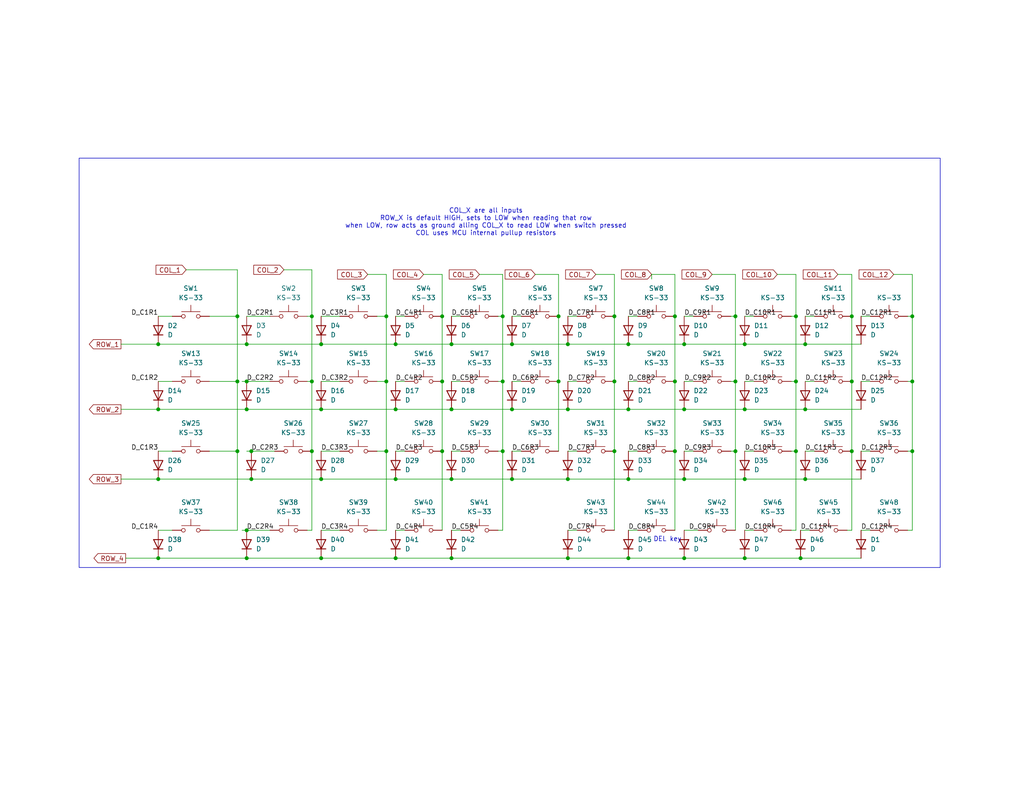
<source format=kicad_sch>
(kicad_sch (version 20231120) (generator "eeschema") (generator_version "8.0")
  (paper "USLetter")
  (title_block (title "40% Keyboard Switch Matrix") (date "2024-03-30") (rev "4") (company "Luke Zambella"))
  (lib_symbols
    (symbol "Device:D" (pin_numbers hide) (pin_names (offset 1.016) hide)
      (property "Reference" "D" (at 0 2.54 0))
      (property "Value" "D" (at 0 -2.54 0))
      (symbol "D_0_1"
        (polyline (pts (xy -1.27 1.27) (xy -1.27 -1.27)) (stroke (width 0.254)))
        (polyline (pts (xy 1.27 0) (xy -1.27 0)))
        (polyline (pts (xy 1.27 1.27) (xy 1.27 -1.27) (xy -1.27 0) (xy 1.27 1.27)) (stroke (width 0.254)))
      )
      (symbol "D_1_1"
        (pin passive line (at -3.81 0 0) (length 2.54) (name "K") (number "1"))
        (pin passive line (at 3.81 0 180) (length 2.54) (name "A") (number "2"))
      )
    )
    (symbol "Switches:Gateron_KS-33" (pin_numbers hide) (pin_names (offset 1.016) hide)
      (property "Reference" "SW" (at 1.27 2.54 0))
      (property "Value" "KS-33" (at 0 -1.524 0))
      (symbol "Gateron_KS-33_0_1"
        (circle (center -2.032 0) (radius 0.508))
        (polyline (pts (xy 0 1.27) (xy 0 3.048)))
        (polyline (pts (xy 2.54 1.27) (xy -2.54 1.27)))
        (circle (center 2.032 0) (radius 0.508))
        (pin passive line (at -5.08 0 0) (length 2.54) (name "1") (number "1"))
        (pin passive line (at 5.08 0 180) (length 2.54) (name "2") (number "2"))
      )
    )
  )
  (junction (at 64.77 86.36))
  (junction (at 87.63 152.4))
  (junction (at 154.94 111.76))
  (junction (at 154.94 93.98))
  (junction (at 123.19 152.4))
  (junction (at 67.31 152.4))
  (junction (at 167.64 104.14))
  (junction (at 68.58 130.81))
  (junction (at 218.44 152.4))
  (junction (at 200.66 86.36))
  (junction (at 171.45 111.76))
  (junction (at 152.4 86.36))
  (junction (at 219.71 111.76))
  (junction (at 171.45 130.81))
  (junction (at 184.15 123.19))
  (junction (at 200.66 104.14))
  (junction (at 120.65 86.36))
  (junction (at 43.18 111.76))
  (junction (at 85.09 123.19))
  (junction (at 139.7 130.81))
  (junction (at 43.18 93.98))
  (junction (at 43.18 152.4))
  (junction (at 137.16 123.19))
  (junction (at 64.77 123.19))
  (junction (at 120.65 123.19))
  (junction (at 139.7 111.76))
  (junction (at 203.2 130.81))
  (junction (at 67.31 104.14))
  (junction (at 203.2 152.4))
  (junction (at 219.71 130.81))
  (junction (at 137.16 86.36))
  (junction (at 123.19 130.81))
  (junction (at 154.94 130.81))
  (junction (at 67.31 93.98))
  (junction (at 167.64 123.19))
  (junction (at 85.09 86.36))
  (junction (at 232.41 104.14))
  (junction (at 107.95 152.4))
  (junction (at 186.69 93.98))
  (junction (at 248.92 104.14))
  (junction (at 248.92 86.36))
  (junction (at 105.41 86.36))
  (junction (at 232.41 123.19))
  (junction (at 120.65 104.14))
  (junction (at 217.17 123.19))
  (junction (at 248.92 123.19))
  (junction (at 203.2 93.98))
  (junction (at 184.15 104.14))
  (junction (at 152.4 104.14))
  (junction (at 171.45 93.98))
  (junction (at 232.41 86.36))
  (junction (at 184.15 86.36))
  (junction (at 167.64 86.36))
  (junction (at 203.2 111.76))
  (junction (at 67.31 144.78))
  (junction (at 64.77 104.14))
  (junction (at 107.95 111.76))
  (junction (at 87.63 111.76))
  (junction (at 219.71 93.98))
  (junction (at 87.63 130.81))
  (junction (at 43.18 130.81))
  (junction (at 186.69 152.4))
  (junction (at 123.19 111.76))
  (junction (at 217.17 104.14))
  (junction (at 200.66 123.19))
  (junction (at 139.7 93.98))
  (junction (at 137.16 104.14))
  (junction (at 68.58 123.19))
  (junction (at 107.95 93.98))
  (junction (at 123.19 93.98))
  (junction (at 67.31 111.76))
  (junction (at 85.09 104.14))
  (junction (at 186.69 111.76))
  (junction (at 154.94 152.4))
  (junction (at 105.41 123.19))
  (junction (at 87.63 93.98))
  (junction (at 217.17 86.36))
  (junction (at 186.69 130.81))
  (junction (at 105.41 104.14))
  (junction (at 171.45 152.4))
  (junction (at 107.95 130.81))
  (wire (pts (xy 248.92 74.93) (xy 248.92 86.36)))
  (wire (pts (xy 123.19 104.14) (xy 125.73 104.14)))
  (wire (pts (xy 34.29 152.4) (xy 43.18 152.4)))
  (wire (pts (xy 85.09 104.14) (xy 85.09 123.19)))
  (wire (pts (xy 115.57 74.93) (xy 120.65 74.93)))
  (wire (pts (xy 105.41 86.36) (xy 105.41 104.14)))
  (wire (pts (xy 152.4 86.36) (xy 152.4 104.14)))
  (wire (pts (xy 243.84 74.93) (xy 248.92 74.93)))
  (wire (pts (xy 171.45 93.98) (xy 154.94 93.98)))
  (wire (pts (xy 107.95 144.78) (xy 110.49 144.78)))
  (wire (pts (xy 64.77 104.14) (xy 64.77 123.19)))
  (wire (pts (xy 218.44 152.4) (xy 234.95 152.4)))
  (wire (pts (xy 123.19 123.19) (xy 125.73 123.19)))
  (wire (pts (xy 186.69 144.78) (xy 190.5 144.78)))
  (wire (pts (xy 217.17 86.36) (xy 215.9 86.36)))
  (wire (pts (xy 219.71 111.76) (xy 234.95 111.76)))
  (wire (pts (xy 186.69 152.4) (xy 203.2 152.4)))
  (wire (pts (xy 177.8 74.93) (xy 184.15 74.93)))
  (wire (pts (xy 87.63 123.19) (xy 92.71 123.19)))
  (wire (pts (xy 154.94 152.4) (xy 171.45 152.4)))
  (wire (pts (xy 186.69 130.81) (xy 203.2 130.81)))
  (wire (pts (xy 107.95 123.19) (xy 110.49 123.19)))
  (wire (pts (xy 154.94 93.98) (xy 139.7 93.98)))
  (wire (pts (xy 102.87 104.14) (xy 105.41 104.14)))
  (wire (pts (xy 167.64 104.14) (xy 167.64 123.19)))
  (wire (pts (xy 85.09 86.36) (xy 83.82 86.36)))
  (wire (pts (xy 154.94 104.14) (xy 157.48 104.14)))
  (wire (pts (xy 217.17 144.78) (xy 215.9 144.78)))
  (wire (pts (xy 248.92 123.19) (xy 247.65 123.19)))
  (wire (pts (xy 171.45 111.76) (xy 186.69 111.76)))
  (wire (pts (xy 139.7 86.36) (xy 142.24 86.36)))
  (wire (pts (xy 64.77 104.14) (xy 57.15 104.14)))
  (wire (pts (xy 203.2 152.4) (xy 218.44 152.4)))
  (wire (pts (xy 64.77 86.36) (xy 57.15 86.36)))
  (wire (pts (xy 234.95 86.36) (xy 237.49 86.36)))
  (wire (pts (xy 232.41 104.14) (xy 232.41 123.19)))
  (wire (pts (xy 77.47 73.66) (xy 85.09 73.66)))
  (wire (pts (xy 248.92 86.36) (xy 247.65 86.36)))
  (wire (pts (xy 203.2 123.19) (xy 205.74 123.19)))
  (wire (pts (xy 167.64 86.36) (xy 167.64 104.14)))
  (wire (pts (xy 184.15 74.93) (xy 184.15 86.36)))
  (wire (pts (xy 67.31 86.36) (xy 73.66 86.36)))
  (wire (pts (xy 85.09 123.19) (xy 85.09 144.78)))
  (wire (pts (xy 154.94 130.81) (xy 171.45 130.81)))
  (wire (pts (xy 107.95 111.76) (xy 123.19 111.76)))
  (wire (pts (xy 200.66 74.93) (xy 200.66 86.36)))
  (wire (pts (xy 218.44 144.78) (xy 220.98 144.78)))
  (wire (pts (xy 184.15 104.14) (xy 184.15 123.19)))
  (wire (pts (xy 85.09 144.78) (xy 83.82 144.78)))
  (wire (pts (xy 139.7 123.19) (xy 142.24 123.19)))
  (wire (pts (xy 100.33 74.93) (xy 105.41 74.93)))
  (wire (pts (xy 68.58 130.81) (xy 87.63 130.81)))
  (wire (pts (xy 219.71 86.36) (xy 222.25 86.36)))
  (wire (pts (xy 167.64 74.93) (xy 167.64 86.36)))
  (wire (pts (xy 200.66 123.19) (xy 200.66 144.78)))
  (wire (pts (xy 107.95 130.81) (xy 123.19 130.81)))
  (wire (pts (xy 87.63 144.78) (xy 92.71 144.78)))
  (wire (pts (xy 105.41 104.14) (xy 105.41 123.19)))
  (wire (pts (xy 234.95 93.98) (xy 219.71 93.98)))
  (wire (pts (xy 139.7 93.98) (xy 123.19 93.98)))
  (wire (pts (xy 217.17 86.36) (xy 217.17 104.14)))
  (wire (pts (xy 248.92 104.14) (xy 247.65 104.14)))
  (wire (pts (xy 137.16 123.19) (xy 137.16 144.78)))
  (wire (pts (xy 186.69 86.36) (xy 189.23 86.36)))
  (wire (pts (xy 154.94 144.78) (xy 157.48 144.78)))
  (wire (pts (xy 184.15 123.19) (xy 184.15 144.78)))
  (wire (pts (xy 228.6 74.93) (xy 232.41 74.93)))
  (wire (pts (xy 85.09 86.36) (xy 85.09 104.14)))
  (wire (pts (xy 123.19 86.36) (xy 125.73 86.36)))
  (wire (pts (xy 137.16 86.36) (xy 135.89 86.36)))
  (wire (pts (xy 200.66 86.36) (xy 200.66 104.14)))
  (wire (pts (xy 87.63 93.98) (xy 107.95 93.98)))
  (wire (pts (xy 171.45 123.19) (xy 173.99 123.19)))
  (wire (pts (xy 167.64 123.19) (xy 167.64 144.78)))
  (wire (pts (xy 68.58 123.19) (xy 74.93 123.19)))
  (wire (pts (xy 85.09 104.14) (xy 83.82 104.14)))
  (wire (pts (xy 50.8 73.66) (xy 64.77 73.66)))
  (wire (pts (xy 217.17 104.14) (xy 217.17 123.19)))
  (wire (pts (xy 200.66 123.19) (xy 199.39 123.19)))
  (wire (pts (xy 232.41 123.19) (xy 232.41 144.78)))
  (wire (pts (xy 203.2 111.76) (xy 219.71 111.76)))
  (wire (pts (xy 171.45 144.78) (xy 173.99 144.78)))
  (wire (pts (xy 102.87 86.36) (xy 105.41 86.36)))
  (wire (pts (xy 102.87 144.78) (xy 105.41 144.78)))
  (wire (pts (xy 171.45 130.81) (xy 186.69 130.81)))
  (wire (pts (xy 43.18 86.36) (xy 46.99 86.36)))
  (wire (pts (xy 105.41 74.93) (xy 105.41 86.36)))
  (wire (pts (xy 67.31 93.98) (xy 87.63 93.98)))
  (wire (pts (xy 194.31 74.93) (xy 200.66 74.93)))
  (wire (pts (xy 139.7 111.76) (xy 154.94 111.76)))
  (wire (pts (xy 67.31 144.78) (xy 66.04 144.78)))
  (wire (pts (xy 186.69 123.19) (xy 189.23 123.19)))
  (wire (pts (xy 43.18 152.4) (xy 67.31 152.4)))
  (wire (pts (xy 43.18 144.78) (xy 46.99 144.78)))
  (wire (pts (xy 162.56 74.93) (xy 167.64 74.93)))
  (wire (pts (xy 105.41 123.19) (xy 105.41 144.78)))
  (wire (pts (xy 33.02 111.76) (xy 43.18 111.76)))
  (wire (pts (xy 234.95 144.78) (xy 237.49 144.78)))
  (wire (pts (xy 232.41 74.93) (xy 232.41 86.36)))
  (wire (pts (xy 219.71 130.81) (xy 234.95 130.81)))
  (wire (pts (xy 120.65 86.36) (xy 120.65 104.14)))
  (wire (pts (xy 123.19 152.4) (xy 154.94 152.4)))
  (wire (pts (xy 234.95 123.19) (xy 237.49 123.19)))
  (wire (pts (xy 219.71 93.98) (xy 203.2 93.98)))
  (wire (pts (xy 203.2 93.98) (xy 186.69 93.98)))
  (wire (pts (xy 43.18 104.14) (xy 46.99 104.14)))
  (wire (pts (xy 171.45 104.14) (xy 173.99 104.14)))
  (wire (pts (xy 137.16 144.78) (xy 135.89 144.78)))
  (wire (pts (xy 248.92 104.14) (xy 248.92 123.19)))
  (wire (pts (xy 154.94 86.36) (xy 157.48 86.36)))
  (wire (pts (xy 200.66 104.14) (xy 200.66 123.19)))
  (wire (pts (xy 137.16 104.14) (xy 135.89 104.14)))
  (wire (pts (xy 248.92 86.36) (xy 248.92 104.14)))
  (wire (pts (xy 219.71 123.19) (xy 222.25 123.19)))
  (wire (pts (xy 219.71 104.14) (xy 222.25 104.14)))
  (wire (pts (xy 123.19 111.76) (xy 139.7 111.76)))
  (wire (pts (xy 67.31 104.14) (xy 73.66 104.14)))
  (wire (pts (xy 123.19 93.98) (xy 107.95 93.98)))
  (wire (pts (xy 120.65 74.93) (xy 120.65 86.36)))
  (wire (pts (xy 171.45 152.4) (xy 186.69 152.4)))
  (wire (pts (xy 120.65 123.19) (xy 120.65 144.78)))
  (wire (pts (xy 203.2 130.81) (xy 219.71 130.81)))
  (wire (pts (xy 234.95 104.14) (xy 237.49 104.14)))
  (wire (pts (xy 85.09 73.66) (xy 85.09 86.36)))
  (wire (pts (xy 87.63 152.4) (xy 107.95 152.4)))
  (wire (pts (xy 217.17 74.93) (xy 217.17 86.36)))
  (wire (pts (xy 64.77 86.36) (xy 64.77 104.14)))
  (wire (pts (xy 123.19 130.81) (xy 139.7 130.81)))
  (wire (pts (xy 64.77 123.19) (xy 64.77 144.78)))
  (wire (pts (xy 87.63 104.14) (xy 92.71 104.14)))
  (wire (pts (xy 87.63 130.81) (xy 107.95 130.81)))
  (wire (pts (xy 64.77 73.66) (xy 64.77 86.36)))
  (wire (pts (xy 67.31 144.78) (xy 73.66 144.78)))
  (wire (pts (xy 33.02 130.81) (xy 43.18 130.81)))
  (wire (pts (xy 200.66 86.36) (xy 199.39 86.36)))
  (wire (pts (xy 154.94 111.76) (xy 171.45 111.76)))
  (wire (pts (xy 139.7 104.14) (xy 142.24 104.14)))
  (wire (pts (xy 217.17 104.14) (xy 215.9 104.14)))
  (wire (pts (xy 137.16 74.93) (xy 137.16 86.36)))
  (wire (pts (xy 64.77 144.78) (xy 57.15 144.78)))
  (wire (pts (xy 102.87 123.19) (xy 105.41 123.19)))
  (wire (pts (xy 177.8 74.93) (xy 177.8 76.2)))
  (wire (pts (xy 87.63 111.76) (xy 107.95 111.76)))
  (wire (pts (xy 43.18 93.98) (xy 67.31 93.98)))
  (wire (pts (xy 33.02 93.98) (xy 43.18 93.98)))
  (wire (pts (xy 203.2 86.36) (xy 205.74 86.36)))
  (wire (pts (xy 123.19 144.78) (xy 125.73 144.78)))
  (wire (pts (xy 137.16 123.19) (xy 135.89 123.19)))
  (wire (pts (xy 67.31 111.76) (xy 87.63 111.76)))
  (wire (pts (xy 217.17 123.19) (xy 215.9 123.19)))
  (wire (pts (xy 217.17 123.19) (xy 217.17 144.78)))
  (wire (pts (xy 43.18 111.76) (xy 67.31 111.76)))
  (wire (pts (xy 232.41 144.78) (xy 231.14 144.78)))
  (wire (pts (xy 137.16 86.36) (xy 137.16 104.14)))
  (wire (pts (xy 203.2 144.78) (xy 205.74 144.78)))
  (wire (pts (xy 64.77 123.19) (xy 57.15 123.19)))
  (wire (pts (xy 152.4 74.93) (xy 152.4 86.36)))
  (wire (pts (xy 146.05 74.93) (xy 152.4 74.93)))
  (wire (pts (xy 212.09 74.93) (xy 217.17 74.93)))
  (wire (pts (xy 186.69 104.14) (xy 189.23 104.14)))
  (wire (pts (xy 43.18 123.19) (xy 46.99 123.19)))
  (wire (pts (xy 154.94 123.19) (xy 157.48 123.19)))
  (wire (pts (xy 137.16 104.14) (xy 137.16 123.19)))
  (wire (pts (xy 171.45 86.36) (xy 173.99 86.36)))
  (wire (pts (xy 130.81 74.93) (xy 137.16 74.93)))
  (wire (pts (xy 232.41 86.36) (xy 232.41 104.14)))
  (wire (pts (xy 43.18 130.81) (xy 68.58 130.81)))
  (wire (pts (xy 200.66 104.14) (xy 199.39 104.14)))
  (wire (pts (xy 67.31 152.4) (xy 87.63 152.4)))
  (wire (pts (xy 67.31 104.14) (xy 66.04 104.14)))
  (wire (pts (xy 107.95 86.36) (xy 110.49 86.36)))
  (wire (pts (xy 120.65 104.14) (xy 120.65 123.19)))
  (wire (pts (xy 248.92 144.78) (xy 247.65 144.78)))
  (wire (pts (xy 107.95 104.14) (xy 110.49 104.14)))
  (wire (pts (xy 139.7 130.81) (xy 154.94 130.81)))
  (wire (pts (xy 152.4 104.14) (xy 152.4 123.19)))
  (wire (pts (xy 87.63 86.36) (xy 92.71 86.36)))
  (wire (pts (xy 186.69 93.98) (xy 171.45 93.98)))
  (wire (pts (xy 68.58 123.19) (xy 67.31 123.19)))
  (wire (pts (xy 186.69 111.76) (xy 203.2 111.76)))
  (wire (pts (xy 184.15 86.36) (xy 184.15 104.14)))
  (wire (pts (xy 107.95 152.4) (xy 123.19 152.4)))
  (wire (pts (xy 203.2 104.14) (xy 205.74 104.14)))
  (wire (pts (xy 248.92 123.19) (xy 248.92 144.78)))
  (rectangle (start 21.59 43.18) (end 256.54 154.94))
  (text "DEL key\n" (at 182.118 147.32 0) (effects (font (size 1.27 1.27))))
  (text "COL_X are all inputs\nROW_X is default HIGH, sets to LOW when reading that row\nwhen LOW, row acts as ground alling COL_X to read LOW when switch pressed\nCOL uses MCU internal pullup resistors\n" (at 132.588 60.706 0) (effects (font (size 1.27 1.27))))
  (label "D_C10R1" (at 203.2 86.36 0))
  (label "D_C10R2" (at 203.2 104.14 0))
  (label "D_C2R1" (at 67.31 86.36 0))
  (label "D_C12R2" (at 234.95 104.14 0))
  (label "D_C9R4" (at 187.96 144.78 0))
  (label "D_C5R1" (at 123.19 86.36 0))
  (label "D_C3R1" (at 87.63 86.36 0))
  (label "D_C10R4" (at 203.2 144.78 0))
  (label "D_C9R3" (at 186.69 123.19 0))
  (label "D_C1R2" (at 43.18 104.14 180))
  (label "D_C7R1" (at 154.94 86.36 0))
  (label "D_C11R2" (at 219.71 104.14 0))
  (label "D_C5R4" (at 123.19 144.78 0))
  (label "D_C6R3" (at 139.7 123.19 0))
  (label "D_C5R3" (at 123.19 123.19 0))
  (label "D_C4R2" (at 107.95 104.14 0))
  (label "D_C4R3" (at 107.95 123.19 0))
  (label "D_C4R1" (at 107.95 86.36 0))
  (label "D_C1R3" (at 43.18 123.19 180))
  (label "D_C7R4" (at 154.94 144.78 0))
  (label "D_C5R2" (at 123.19 104.14 0))
  (label "D_C2R2" (at 67.31 104.14 0))
  (label "D_C3R3" (at 87.63 123.19 0))
  (label "D_C11R3" (at 219.71 123.19 0))
  (label "D_C7R3" (at 154.94 123.19 0))
  (label "D_C12R1" (at 234.95 86.36 0))
  (label "D_C2R3" (at 68.58 123.19 0))
  (label "D_C1R4" (at 43.18 144.78 180))
  (label "D_C7R2" (at 154.94 104.14 0))
  (label "D_C8R2" (at 171.45 104.14 0))
  (label "D_C1R1" (at 43.18 86.36 180))
  (label "D_C9R1" (at 186.69 86.36 0))
  (label "D_C6R1" (at 139.7 86.36 0))
  (label "D_C2R4" (at 67.31 144.78 0))
  (label "D_C8R1" (at 171.45 86.36 0))
  (label "D_C11R4" (at 218.44 144.78 0))
  (label "D_C3R2" (at 87.63 104.14 0))
  (label "D_C12R3" (at 234.95 123.19 0))
  (label "D_C3R4" (at 87.63 144.78 0))
  (label "D_C9R2" (at 186.69 104.14 0))
  (label "D_C8R4" (at 171.45 144.78 0))
  (label "D_C6R2" (at 139.7 104.14 0))
  (label "D_C4R4" (at 107.95 144.78 0))
  (label "D_C10R3" (at 203.2 123.19 0))
  (label "D_C11R1" (at 219.71 86.36 0))
  (label "D_C12R4" (at 234.95 144.78 0))
  (label "D_C8R3" (at 171.45 123.19 0))
  (global_label "ROW_2" (shape output) (at 33.02 111.76 180) (property "Intersheetrefs" "${INTERSHEET_REFS}" (effects (hide yes))))
  (global_label "COL_1" (shape input) (at 50.8 73.66 180) (property "Intersheetrefs" "${INTERSHEET_REFS}" (effects (hide yes))))
  (global_label "ROW_4" (shape output) (at 34.29 152.4 180) (property "Intersheetrefs" "${INTERSHEET_REFS}" (effects (hide yes))))
  (global_label "COL_7" (shape input) (at 162.56 74.93 180) (property "Intersheetrefs" "${INTERSHEET_REFS}" (effects (hide yes))))
  (global_label "COL_9" (shape input) (at 194.31 74.93 180) (property "Intersheetrefs" "${INTERSHEET_REFS}" (effects (hide yes))))
  (global_label "ROW_1" (shape output) (at 33.02 93.98 180) (property "Intersheetrefs" "${INTERSHEET_REFS}" (effects (hide yes))))
  (global_label "COL_6" (shape input) (at 146.05 74.93 180) (property "Intersheetrefs" "${INTERSHEET_REFS}" (effects (hide yes))))
  (global_label "COL_10" (shape input) (at 212.09 74.93 180) (property "Intersheetrefs" "${INTERSHEET_REFS}" (effects (hide yes))))
  (global_label "COL_11" (shape input) (at 228.6 74.93 180) (property "Intersheetrefs" "${INTERSHEET_REFS}" (effects (hide yes))))
  (global_label "COL_8" (shape input) (at 177.8 74.93 180) (property "Intersheetrefs" "${INTERSHEET_REFS}" (effects (hide yes))))
  (global_label "COL_12" (shape input) (at 243.84 74.93 180) (property "Intersheetrefs" "${INTERSHEET_REFS}" (effects (hide yes))))
  (global_label "COL_5" (shape input) (at 130.81 74.93 180) (property "Intersheetrefs" "${INTERSHEET_REFS}" (effects (hide yes))))
  (global_label "COL_3" (shape input) (at 100.33 74.93 180) (property "Intersheetrefs" "${INTERSHEET_REFS}" (effects (hide yes))))
  (global_label "COL_4" (shape input) (at 115.57 74.93 180) (property "Intersheetrefs" "${INTERSHEET_REFS}" (effects (hide yes))))
  (global_label "ROW_3" (shape output) (at 33.02 130.81 180) (property "Intersheetrefs" "${INTERSHEET_REFS}" (effects (hide yes))))
  (global_label "COL_2" (shape input) (at 77.47 73.66 180) (property "Intersheetrefs" "${INTERSHEET_REFS}" (effects (hide yes))))
  (symbol (lib_id "Switches:Gateron_KS-33") (at 78.74 144.78 0) (unit 1)
    (property "Reference" "SW38" (at 78.74 137.16 0))
    (property "Value" "KS-33" (at 78.74 139.7 0))
    (property "Footprint" "Library:Cherry MX switch" (effects (hide yes)))
    (property "Description" "Push button switch, generic, two pins" (effects (hide yes)))
  )
  (symbol (lib_id "Switches:Gateron_KS-33") (at 162.56 123.19 0) (unit 1)
    (property "Reference" "SW31" (at 162.56 115.57 0))
    (property "Value" "KS-33" (at 162.56 118.11 0))
    (property "Footprint" "Library:Cherry MX switch" (effects (hide yes)))
    (property "Description" "Push button switch, generic, two pins" (effects (hide yes)))
  )
  (symbol (lib_id "Device:D") (at 87.63 107.95 90) (unit 1)
    (property "Reference" "D16" (at 90.17 106.6799 90) (effects (justify right)))
    (property "Value" "D" (at 90.17 109.2199 90) (effects (justify right)))
    (property "Footprint" "Diode_SMD:D_SOD-123" (effects (hide yes)))
    (property "Description" "Diode" (effects (hide yes)))
    (property "Sim.Device" "D" (effects (hide yes)))
    (property "Sim.Pins" "1=K 2=A" (effects (hide yes)))
    (property "Part #" "1N4148W-TP" (effects (hide yes)))
  )
  (symbol (lib_id "Switches:Gateron_KS-33") (at 179.07 104.14 0) (unit 1)
    (property "Reference" "SW20" (at 179.07 96.52 0))
    (property "Value" "KS-33" (at 179.07 99.06 0))
    (property "Footprint" "Library:Cherry MX switch" (effects (hide yes)))
    (property "Description" "Push button switch, generic, two pins" (effects (hide yes)))
  )
  (symbol (lib_id "Device:D") (at 171.45 107.95 90) (unit 1)
    (property "Reference" "D21" (at 173.99 106.6799 90) (effects (justify right)))
    (property "Value" "D" (at 173.99 109.2199 90) (effects (justify right)))
    (property "Footprint" "Diode_SMD:D_SOD-123" (effects (hide yes)))
    (property "Description" "Diode" (effects (hide yes)))
    (property "Sim.Device" "D" (effects (hide yes)))
    (property "Sim.Pins" "1=K 2=A" (effects (hide yes)))
    (property "Part #" "1N4148W-TP" (effects (hide yes)))
  )
  (symbol (lib_id "Device:D") (at 67.31 90.17 90) (unit 1)
    (property "Reference" "D3" (at 69.85 88.8999 90) (effects (justify right)))
    (property "Value" "D" (at 69.85 91.4399 90) (effects (justify right)))
    (property "Footprint" "Diode_SMD:D_SOD-123" (effects (hide yes)))
    (property "Description" "Diode" (effects (hide yes)))
    (property "Sim.Device" "D" (effects (hide yes)))
    (property "Sim.Pins" "1=K 2=A" (effects (hide yes)))
    (property "Part #" "1N4148W-TP" (effects (hide yes)))
  )
  (symbol (lib_id "Device:D") (at 186.69 90.17 90) (unit 1)
    (property "Reference" "D10" (at 189.23 88.8999 90) (effects (justify right)))
    (property "Value" "D" (at 189.23 91.4399 90) (effects (justify right)))
    (property "Footprint" "Diode_SMD:D_SOD-123" (effects (hide yes)))
    (property "Description" "Diode" (effects (hide yes)))
    (property "Sim.Device" "D" (effects (hide yes)))
    (property "Sim.Pins" "1=K 2=A" (effects (hide yes)))
    (property "Part #" "1N4148W-TP" (effects (hide yes)))
  )
  (symbol (lib_id "Device:D") (at 218.44 148.59 90) (unit 1)
    (property "Reference" "D46" (at 220.98 147.3199 90) (effects (justify right)))
    (property "Value" "D" (at 220.98 149.8599 90) (effects (justify right)))
    (property "Footprint" "Diode_SMD:D_SOD-123" (effects (hide yes)))
    (property "Description" "Diode" (effects (hide yes)))
    (property "Sim.Device" "D" (effects (hide yes)))
    (property "Sim.Pins" "1=K 2=A" (effects (hide yes)))
    (property "Part #" "1N4148W-TP" (effects (hide yes)))
  )
  (symbol (lib_id "Switches:Gateron_KS-33") (at 210.82 123.19 0) (unit 1)
    (property "Reference" "SW34" (at 210.82 115.57 0))
    (property "Value" "KS-33" (at 210.82 118.11 0))
    (property "Footprint" "Library:Cherry MX switch" (effects (hide yes)))
    (property "Description" "Push button switch, generic, two pins" (effects (hide yes)))
  )
  (symbol (lib_id "Switches:Gateron_KS-33") (at 115.57 104.14 0) (unit 1)
    (property "Reference" "SW16" (at 115.57 96.52 0))
    (property "Value" "KS-33" (at 115.57 99.06 0))
    (property "Footprint" "Library:Cherry MX switch" (effects (hide yes)))
    (property "Description" "Push button switch, generic, two pins" (effects (hide yes)))
  )
  (symbol (lib_id "Device:D") (at 43.18 90.17 90) (unit 1)
    (property "Reference" "D2" (at 45.72 88.8999 90) (effects (justify right)))
    (property "Value" "D" (at 45.72 91.4399 90) (effects (justify right)))
    (property "Footprint" "Diode_SMD:D_SOD-123" (effects (hide yes)))
    (property "Description" "Diode" (effects (hide yes)))
    (property "Sim.Device" "D" (effects (hide yes)))
    (property "Sim.Pins" "1=K 2=A" (effects (hide yes)))
    (property "Part #" "1N4148W-TP" (effects (hide yes)))
  )
  (symbol (lib_id "Switches:Gateron_KS-33") (at 227.33 104.14 0) (unit 1)
    (property "Reference" "SW23" (at 227.33 96.52 0))
    (property "Value" "KS-33" (at 227.33 99.06 0))
    (property "Footprint" "Library:Cherry MX switch" (effects (hide yes)))
    (property "Description" "Push button switch, generic, two pins" (effects (hide yes)))
  )
  (symbol (lib_id "Switches:Gateron_KS-33") (at 179.07 86.36 0) (unit 1)
    (property "Reference" "SW8" (at 179.07 78.74 0))
    (property "Value" "KS-33" (at 179.07 81.28 0))
    (property "Footprint" "Library:Cherry MX switch" (effects (hide yes)))
    (property "Description" "Push button switch, generic, two pins" (effects (hide yes)))
  )
  (symbol (lib_id "Device:D") (at 43.18 127 90) (unit 1)
    (property "Reference" "D26" (at 45.72 125.7299 90) (effects (justify right)))
    (property "Value" "D" (at 45.72 128.2699 90) (effects (justify right)))
    (property "Footprint" "Diode_SMD:D_SOD-123" (effects (hide yes)))
    (property "Description" "Diode" (effects (hide yes)))
    (property "Sim.Device" "D" (effects (hide yes)))
    (property "Sim.Pins" "1=K 2=A" (effects (hide yes)))
    (property "Part #" "1N4148W-TP" (effects (hide yes)))
  )
  (symbol (lib_id "Device:D") (at 154.94 90.17 90) (unit 1)
    (property "Reference" "D8" (at 157.48 88.8999 90) (effects (justify right)))
    (property "Value" "D" (at 157.48 91.4399 90) (effects (justify right)))
    (property "Footprint" "Diode_SMD:D_SOD-123" (effects (hide yes)))
    (property "Description" "Diode" (effects (hide yes)))
    (property "Sim.Device" "D" (effects (hide yes)))
    (property "Sim.Pins" "1=K 2=A" (effects (hide yes)))
    (property "Part #" "1N4148W-TP" (effects (hide yes)))
  )
  (symbol (lib_id "Switches:Gateron_KS-33") (at 210.82 144.78 0) (unit 1)
    (property "Reference" "SW46" (at 210.82 137.16 0))
    (property "Value" "KS-33" (at 210.82 139.7 0))
    (property "Footprint" "Library:Cherry MX switch" (effects (hide yes)))
    (property "Description" "Push button switch, generic, two pins" (effects (hide yes)))
  )
  (symbol (lib_id "Switches:Gateron_KS-33") (at 52.07 104.14 0) (unit 1)
    (property "Reference" "SW13" (at 52.07 96.52 0))
    (property "Value" "KS-33" (at 52.07 99.06 0))
    (property "Footprint" "Library:Cherry MX switch" (effects (hide yes)))
    (property "Description" "Push button switch, generic, two pins" (effects (hide yes)))
  )
  (symbol (lib_id "Device:D") (at 123.19 148.59 90) (unit 1)
    (property "Reference" "D42" (at 125.73 147.3199 90) (effects (justify right)))
    (property "Value" "D" (at 125.73 149.8599 90) (effects (justify right)))
    (property "Footprint" "Diode_SMD:D_SOD-123" (effects (hide yes)))
    (property "Description" "Diode" (effects (hide yes)))
    (property "Sim.Device" "D" (effects (hide yes)))
    (property "Sim.Pins" "1=K 2=A" (effects (hide yes)))
    (property "Part #" "1N4148W-TP" (effects (hide yes)))
  )
  (symbol (lib_id "Device:D") (at 123.19 127 90) (unit 1)
    (property "Reference" "D30" (at 125.73 125.7299 90) (effects (justify right)))
    (property "Value" "D" (at 125.73 128.2699 90) (effects (justify right)))
    (property "Footprint" "Diode_SMD:D_SOD-123" (effects (hide yes)))
    (property "Description" "Diode" (effects (hide yes)))
    (property "Sim.Device" "D" (effects (hide yes)))
    (property "Sim.Pins" "1=K 2=A" (effects (hide yes)))
    (property "Part #" "1N4148W-TP" (effects (hide yes)))
  )
  (symbol (lib_id "Switches:Gateron_KS-33") (at 97.79 104.14 0) (unit 1)
    (property "Reference" "SW15" (at 97.79 96.52 0))
    (property "Value" "KS-33" (at 97.79 99.06 0))
    (property "Footprint" "Library:Cherry MX switch" (effects (hide yes)))
    (property "Description" "Push button switch, generic, two pins" (effects (hide yes)))
  )
  (symbol (lib_id "Device:D") (at 234.95 90.17 90) (unit 1)
    (property "Reference" "D13" (at 237.49 88.8999 90) (effects (justify right)))
    (property "Value" "D" (at 237.49 91.4399 90) (effects (justify right)))
    (property "Footprint" "Diode_SMD:D_SOD-123" (effects (hide yes)))
    (property "Description" "Diode" (effects (hide yes)))
    (property "Sim.Device" "D" (effects (hide yes)))
    (property "Sim.Pins" "1=K 2=A" (effects (hide yes)))
    (property "Part #" "1N4148W-TP" (effects (hide yes)))
  )
  (symbol (lib_id "Switches:Gateron_KS-33") (at 179.07 144.78 0) (unit 1)
    (property "Reference" "SW44" (at 179.07 137.16 0))
    (property "Value" "KS-33" (at 179.07 139.7 0))
    (property "Footprint" "Library:Cherry MX switch" (effects (hide yes)))
    (property "Description" "Push button switch, generic, two pins" (effects (hide yes)))
  )
  (symbol (lib_id "Device:D") (at 154.94 148.59 90) (unit 1)
    (property "Reference" "D44" (at 157.48 147.3199 90) (effects (justify right)))
    (property "Value" "D" (at 157.48 149.8599 90) (effects (justify right)))
    (property "Footprint" "Diode_SMD:D_SOD-123" (effects (hide yes)))
    (property "Description" "Diode" (effects (hide yes)))
    (property "Sim.Device" "D" (effects (hide yes)))
    (property "Sim.Pins" "1=K 2=A" (effects (hide yes)))
    (property "Part #" "1N4148W-TP" (effects (hide yes)))
  )
  (symbol (lib_id "Device:D") (at 171.45 148.59 90) (unit 1)
    (property "Reference" "D45" (at 173.99 147.3199 90) (effects (justify right)))
    (property "Value" "D" (at 173.99 149.8599 90) (effects (justify right)))
    (property "Footprint" "Diode_SMD:D_SOD-123" (effects (hide yes)))
    (property "Description" "Diode" (effects (hide yes)))
    (property "Sim.Device" "D" (effects (hide yes)))
    (property "Sim.Pins" "1=K 2=A" (effects (hide yes)))
    (property "Part #" "1N4148W-TP" (effects (hide yes)))
  )
  (symbol (lib_id "Switches:Gateron_KS-33") (at 194.31 86.36 0) (unit 1)
    (property "Reference" "SW9" (at 194.31 78.74 0))
    (property "Value" "KS-33" (at 194.31 81.28 0))
    (property "Footprint" "Library:Cherry MX switch" (effects (hide yes)))
    (property "Description" "Push button switch, generic, two pins" (effects (hide yes)))
  )
  (symbol (lib_id "Switches:Gateron_KS-33") (at 80.01 123.19 0) (unit 1)
    (property "Reference" "SW26" (at 80.01 115.57 0))
    (property "Value" "KS-33" (at 80.01 118.11 0))
    (property "Footprint" "Library:Cherry MX switch" (effects (hide yes)))
    (property "Description" "Push button switch, generic, two pins" (effects (hide yes)))
  )
  (symbol (lib_id "Device:D") (at 186.69 127 90) (unit 1)
    (property "Reference" "D34" (at 189.23 125.7299 90) (effects (justify right)))
    (property "Value" "D" (at 189.23 128.2699 90) (effects (justify right)))
    (property "Footprint" "Diode_SMD:D_SOD-123" (effects (hide yes)))
    (property "Description" "Diode" (effects (hide yes)))
    (property "Sim.Device" "D" (effects (hide yes)))
    (property "Sim.Pins" "1=K 2=A" (effects (hide yes)))
    (property "Part #" "1N4148W-TP" (effects (hide yes)))
  )
  (symbol (lib_id "Switches:Gateron_KS-33") (at 52.07 123.19 0) (unit 1)
    (property "Reference" "SW25" (at 52.07 115.57 0))
    (property "Value" "KS-33" (at 52.07 118.11 0))
    (property "Footprint" "Library:Cherry MX switch" (effects (hide yes)))
    (property "Description" "Push button switch, generic, two pins" (effects (hide yes)))
  )
  (symbol (lib_id "Switches:Gateron_KS-33") (at 195.58 144.78 0) (unit 1)
    (property "Reference" "SW42" (at 195.58 137.16 0))
    (property "Value" "KS-33" (at 195.58 139.7 0))
    (property "Footprint" "Library:Cherry MX switch" (effects (hide yes)))
    (property "Description" "Push button switch, generic, two pins" (effects (hide yes)))
  )
  (symbol (lib_id "Device:D") (at 219.71 107.95 90) (unit 1)
    (property "Reference" "D24" (at 222.25 106.6799 90) (effects (justify right)))
    (property "Value" "D" (at 222.25 109.2199 90) (effects (justify right)))
    (property "Footprint" "Diode_SMD:D_SOD-123" (effects (hide yes)))
    (property "Description" "Diode" (effects (hide yes)))
    (property "Sim.Device" "D" (effects (hide yes)))
    (property "Sim.Pins" "1=K 2=A" (effects (hide yes)))
    (property "Part #" "1N4148W-TP" (effects (hide yes)))
  )
  (symbol (lib_id "Switches:Gateron_KS-33") (at 227.33 86.36 0) (unit 1)
    (property "Reference" "SW11" (at 227.33 78.74 0))
    (property "Value" "KS-33" (at 227.33 81.28 0))
    (property "Footprint" "Library:Cherry MX switch" (effects (hide yes)))
    (property "Description" "Push button switch, generic, two pins" (effects (hide yes)))
  )
  (symbol (lib_id "Device:D") (at 87.63 148.59 90) (unit 1)
    (property "Reference" "D40" (at 90.17 147.3199 90) (effects (justify right)))
    (property "Value" "D" (at 90.17 149.8599 90) (effects (justify right)))
    (property "Footprint" "Diode_SMD:D_SOD-123" (effects (hide yes)))
    (property "Description" "Diode" (effects (hide yes)))
    (property "Sim.Device" "D" (effects (hide yes)))
    (property "Sim.Pins" "1=K 2=A" (effects (hide yes)))
    (property "Part #" "1N4148W-TP" (effects (hide yes)))
  )
  (symbol (lib_id "Device:D") (at 154.94 127 90) (unit 1)
    (property "Reference" "D32" (at 157.48 125.7299 90) (effects (justify right)))
    (property "Value" "D" (at 157.48 128.2699 90) (effects (justify right)))
    (property "Footprint" "Diode_SMD:D_SOD-123" (effects (hide yes)))
    (property "Description" "Diode" (effects (hide yes)))
    (property "Sim.Device" "D" (effects (hide yes)))
    (property "Sim.Pins" "1=K 2=A" (effects (hide yes)))
    (property "Part #" "1N4148W-TP" (effects (hide yes)))
  )
  (symbol (lib_id "Device:D") (at 68.58 127 90) (unit 1)
    (property "Reference" "D27" (at 71.12 125.7299 90) (effects (justify right)))
    (property "Value" "D" (at 71.12 128.2699 90) (effects (justify right)))
    (property "Footprint" "Diode_SMD:D_SOD-123" (effects (hide yes)))
    (property "Description" "Diode" (effects (hide yes)))
    (property "Sim.Device" "D" (effects (hide yes)))
    (property "Sim.Pins" "1=K 2=A" (effects (hide yes)))
    (property "Part #" "1N4148W-TP" (effects (hide yes)))
  )
  (symbol (lib_id "Switches:Gateron_KS-33") (at 242.57 86.36 0) (unit 1)
    (property "Reference" "SW12" (effects (hide yes)))
    (property "Value" "KS-33" (at 242.57 81.28 0))
    (property "Footprint" "Library:Cherry MX switch" (effects (hide yes)))
    (property "Description" "Push button switch, generic, two pins" (effects (hide yes)))
  )
  (symbol (lib_id "Device:D") (at 67.31 107.95 90) (unit 1)
    (property "Reference" "D15" (at 69.85 106.6799 90) (effects (justify right)))
    (property "Value" "D" (at 69.85 109.2199 90) (effects (justify right)))
    (property "Footprint" "Diode_SMD:D_SOD-123" (effects (hide yes)))
    (property "Description" "Diode" (effects (hide yes)))
    (property "Sim.Device" "D" (effects (hide yes)))
    (property "Sim.Pins" "1=K 2=A" (effects (hide yes)))
    (property "Part #" "1N4148W-TP" (effects (hide yes)))
  )
  (symbol (lib_id "Switches:Gateron_KS-33") (at 194.31 123.19 0) (unit 1)
    (property "Reference" "SW33" (at 194.31 115.57 0))
    (property "Value" "KS-33" (at 194.31 118.11 0))
    (property "Footprint" "Library:Cherry MX switch" (effects (hide yes)))
    (property "Description" "Push button switch, generic, two pins" (effects (hide yes)))
  )
  (symbol (lib_id "Switches:Gateron_KS-33") (at 130.81 123.19 0) (unit 1)
    (property "Reference" "SW29" (at 130.81 115.57 0))
    (property "Value" "KS-33" (at 130.81 118.11 0))
    (property "Footprint" "Library:Cherry MX switch" (effects (hide yes)))
    (property "Description" "Push button switch, generic, two pins" (effects (hide yes)))
  )
  (symbol (lib_id "Device:D") (at 107.95 90.17 90) (unit 1)
    (property "Reference" "D5" (at 110.49 88.8999 90) (effects (justify right)))
    (property "Value" "D" (at 110.49 91.4399 90) (effects (justify right)))
    (property "Footprint" "Diode_SMD:D_SOD-123" (effects (hide yes)))
    (property "Description" "Diode" (effects (hide yes)))
    (property "Sim.Device" "D" (effects (hide yes)))
    (property "Sim.Pins" "1=K 2=A" (effects (hide yes)))
    (property "Part #" "1N4148W-TP" (effects (hide yes)))
  )
  (symbol (lib_id "Device:D") (at 43.18 107.95 90) (unit 1)
    (property "Reference" "D14" (at 45.72 106.6799 90) (effects (justify right)))
    (property "Value" "D" (at 45.72 109.2199 90) (effects (justify right)))
    (property "Footprint" "Diode_SMD:D_SOD-123" (effects (hide yes)))
    (property "Description" "Diode" (effects (hide yes)))
    (property "Sim.Device" "D" (effects (hide yes)))
    (property "Sim.Pins" "1=K 2=A" (effects (hide yes)))
    (property "Part #" "1N4148W-TP" (effects (hide yes)))
  )
  (symbol (lib_id "Device:D") (at 203.2 90.17 90) (unit 1)
    (property "Reference" "D11" (at 205.74 88.8999 90) (effects (justify right)))
    (property "Value" "D" (at 205.74 91.4399 90) (effects (justify right)))
    (property "Footprint" "Diode_SMD:D_SOD-123" (effects (hide yes)))
    (property "Description" "Diode" (effects (hide yes)))
    (property "Sim.Device" "D" (effects (hide yes)))
    (property "Sim.Pins" "1=K 2=A" (effects (hide yes)))
    (property "Part #" "1N4148W-TP" (effects (hide yes)))
  )
  (symbol (lib_id "Switches:Gateron_KS-33") (at 52.07 86.36 0) (unit 1)
    (property "Reference" "SW1" (at 52.07 78.74 0))
    (property "Value" "KS-33" (at 52.07 81.28 0))
    (property "Footprint" "Library:Cherry MX switch" (effects (hide yes)))
    (property "Description" "Push button switch, generic, two pins" (effects (hide yes)))
  )
  (symbol (lib_id "Switches:Gateron_KS-33") (at 162.56 86.36 0) (unit 1)
    (property "Reference" "SW7" (at 162.56 78.74 0))
    (property "Value" "KS-33" (at 162.56 81.28 0))
    (property "Footprint" "Library:Cherry MX switch" (effects (hide yes)))
    (property "Description" "Push button switch, generic, two pins" (effects (hide yes)))
  )
  (symbol (lib_id "Switches:Gateron_KS-33") (at 194.31 104.14 0) (unit 1)
    (property "Reference" "SW21" (at 194.31 96.52 0))
    (property "Value" "KS-33" (at 194.31 99.06 0))
    (property "Footprint" "Library:Cherry MX switch" (effects (hide yes)))
    (property "Description" "Push button switch, generic, two pins" (effects (hide yes)))
  )
  (symbol (lib_id "Device:D") (at 107.95 127 90) (unit 1)
    (property "Reference" "D29" (at 110.49 125.7299 90) (effects (justify right)))
    (property "Value" "D" (at 110.49 128.2699 90) (effects (justify right)))
    (property "Footprint" "Diode_SMD:D_SOD-123" (effects (hide yes)))
    (property "Description" "Diode" (effects (hide yes)))
    (property "Sim.Device" "D" (effects (hide yes)))
    (property "Sim.Pins" "1=K 2=A" (effects (hide yes)))
    (property "Part #" "1N4148W-TP" (effects (hide yes)))
  )
  (symbol (lib_id "Device:D") (at 154.94 107.95 90) (unit 1)
    (property "Reference" "D20" (at 157.48 106.6799 90) (effects (justify right)))
    (property "Value" "D" (at 157.48 109.2199 90) (effects (justify right)))
    (property "Footprint" "Diode_SMD:D_SOD-123" (effects (hide yes)))
    (property "Description" "Diode" (effects (hide yes)))
    (property "Sim.Device" "D" (effects (hide yes)))
    (property "Sim.Pins" "1=K 2=A" (effects (hide yes)))
    (property "Part #" "1N4148W-TP" (effects (hide yes)))
  )
  (symbol (lib_id "Device:D") (at 43.18 148.59 90) (unit 1)
    (property "Reference" "D38" (at 45.72 147.3199 90) (effects (justify right)))
    (property "Value" "D" (at 45.72 149.8599 90) (effects (justify right)))
    (property "Footprint" "Diode_SMD:D_SOD-123" (effects (hide yes)))
    (property "Description" "Diode" (effects (hide yes)))
    (property "Sim.Device" "D" (effects (hide yes)))
    (property "Sim.Pins" "1=K 2=A" (effects (hide yes)))
    (property "Part #" "1N4148W-TP" (effects (hide yes)))
  )
  (symbol (lib_id "Device:D") (at 186.69 148.59 90) (unit 1)
    (property "Reference" "D43" (at 189.23 147.3199 90) (effects (justify right)))
    (property "Value" "D" (at 189.23 149.8599 90) (effects (justify right)))
    (property "Footprint" "Diode_SMD:D_SOD-123" (effects (hide yes)))
    (property "Description" "Diode" (effects (hide yes)))
    (property "Sim.Device" "D" (effects (hide yes)))
    (property "Sim.Pins" "1=K 2=A" (effects (hide yes)))
    (property "Part #" "1N4148W-TP" (effects (hide yes)))
  )
  (symbol (lib_id "Switches:Gateron_KS-33") (at 242.57 104.14 0) (unit 1)
    (property "Reference" "SW24" (at 242.57 96.52 0))
    (property "Value" "KS-33" (at 242.57 99.06 0))
    (property "Footprint" "Library:Cherry MX switch" (effects (hide yes)))
    (property "Description" "Push button switch, generic, two pins" (effects (hide yes)))
  )
  (symbol (lib_id "Device:D") (at 203.2 107.95 90) (unit 1)
    (property "Reference" "D23" (at 205.74 106.6799 90) (effects (justify right)))
    (property "Value" "D" (at 205.74 109.2199 90) (effects (justify right)))
    (property "Footprint" "Diode_SMD:D_SOD-123" (effects (hide yes)))
    (property "Description" "Diode" (effects (hide yes)))
    (property "Sim.Device" "D" (effects (hide yes)))
    (property "Sim.Pins" "1=K 2=A" (effects (hide yes)))
    (property "Part #" "1N4148W-TP" (effects (hide yes)))
  )
  (symbol (lib_id "Switches:Gateron_KS-33") (at 147.32 86.36 0) (unit 1)
    (property "Reference" "SW6" (at 147.32 78.74 0))
    (property "Value" "KS-33" (at 147.32 81.28 0))
    (property "Footprint" "Library:Cherry MX switch" (effects (hide yes)))
    (property "Description" "Push button switch, generic, two pins" (effects (hide yes)))
  )
  (symbol (lib_id "Switches:Gateron_KS-33") (at 115.57 144.78 0) (unit 1)
    (property "Reference" "SW40" (at 115.57 137.16 0))
    (property "Value" "KS-33" (at 115.57 139.7 0))
    (property "Footprint" "Library:Cherry MX switch" (effects (hide yes)))
    (property "Description" "Push button switch, generic, two pins" (effects (hide yes)))
  )
  (symbol (lib_id "Switches:Gateron_KS-33") (at 210.82 104.14 0) (unit 1)
    (property "Reference" "SW22" (at 210.82 96.52 0))
    (property "Value" "KS-33" (at 210.82 99.06 0))
    (property "Footprint" "Library:Cherry MX switch" (effects (hide yes)))
    (property "Description" "Push button switch, generic, two pins" (effects (hide yes)))
  )
  (symbol (lib_id "Switches:Gateron_KS-33") (at 147.32 104.14 0) (unit 1)
    (property "Reference" "SW18" (at 147.32 96.52 0))
    (property "Value" "KS-33" (at 147.32 99.06 0))
    (property "Footprint" "Library:Cherry MX switch" (effects (hide yes)))
    (property "Description" "Push button switch, generic, two pins" (effects (hide yes)))
  )
  (symbol (lib_id "Switches:Gateron_KS-33") (at 115.57 123.19 0) (unit 1)
    (property "Reference" "SW28" (at 115.57 115.57 0))
    (property "Value" "KS-33" (at 115.57 118.11 0))
    (property "Footprint" "Library:Cherry MX switch" (effects (hide yes)))
    (property "Description" "Push button switch, generic, two pins" (effects (hide yes)))
  )
  (symbol (lib_id "Device:D") (at 203.2 127 90) (unit 1)
    (property "Reference" "D35" (at 205.74 125.7299 90) (effects (justify right)))
    (property "Value" "D" (at 205.74 128.2699 90) (effects (justify right)))
    (property "Footprint" "Diode_SMD:D_SOD-123" (effects (hide yes)))
    (property "Description" "Diode" (effects (hide yes)))
    (property "Sim.Device" "D" (effects (hide yes)))
    (property "Sim.Pins" "1=K 2=A" (effects (hide yes)))
    (property "Part #" "1N4148W-TP" (effects (hide yes)))
  )
  (symbol (lib_id "Device:D") (at 123.19 107.95 90) (unit 1)
    (property "Reference" "D18" (at 125.73 106.6799 90) (effects (justify right)))
    (property "Value" "D" (at 125.73 109.2199 90) (effects (justify right)))
    (property "Footprint" "Diode_SMD:D_SOD-123" (effects (hide yes)))
    (property "Description" "Diode" (effects (hide yes)))
    (property "Sim.Device" "D" (effects (hide yes)))
    (property "Sim.Pins" "1=K 2=A" (effects (hide yes)))
    (property "Part #" "1N4148W-TP" (effects (hide yes)))
  )
  (symbol (lib_id "Device:D") (at 87.63 127 90) (unit 1)
    (property "Reference" "D28" (at 90.17 125.7299 90) (effects (justify right)))
    (property "Value" "D" (at 90.17 128.2699 90) (effects (justify right)))
    (property "Footprint" "Diode_SMD:D_SOD-123" (effects (hide yes)))
    (property "Description" "Diode" (effects (hide yes)))
    (property "Sim.Device" "D" (effects (hide yes)))
    (property "Sim.Pins" "1=K 2=A" (effects (hide yes)))
    (property "Part #" "1N4148W-TP" (effects (hide yes)))
  )
  (symbol (lib_id "Device:D") (at 186.69 107.95 90) (unit 1)
    (property "Reference" "D22" (at 189.23 106.6799 90) (effects (justify right)))
    (property "Value" "D" (at 189.23 109.2199 90) (effects (justify right)))
    (property "Footprint" "Diode_SMD:D_SOD-123" (effects (hide yes)))
    (property "Description" "Diode" (effects (hide yes)))
    (property "Sim.Device" "D" (effects (hide yes)))
    (property "Sim.Pins" "1=K 2=A" (effects (hide yes)))
    (property "Part #" "1N4148W-TP" (effects (hide yes)))
  )
  (symbol (lib_id "Switches:Gateron_KS-33") (at 130.81 104.14 0) (unit 1)
    (property "Reference" "SW17" (at 130.81 96.52 0))
    (property "Value" "KS-33" (at 130.81 99.06 0))
    (property "Footprint" "Library:Cherry MX switch" (effects (hide yes)))
    (property "Description" "Push button switch, generic, two pins" (effects (hide yes)))
  )
  (symbol (lib_id "Device:D") (at 234.95 148.59 90) (unit 1)
    (property "Reference" "D1" (at 237.49 147.3199 90) (effects (justify right)))
    (property "Value" "D" (at 237.49 149.8599 90) (effects (justify right)))
    (property "Footprint" "Diode_SMD:D_SOD-123" (effects (hide yes)))
    (property "Description" "Diode" (effects (hide yes)))
    (property "Sim.Device" "D" (effects (hide yes)))
    (property "Sim.Pins" "1=K 2=A" (effects (hide yes)))
    (property "Part #" "1N4148W-TP" (effects (hide yes)))
  )
  (symbol (lib_id "Switches:Gateron_KS-33") (at 115.57 86.36 0) (unit 1)
    (property "Reference" "SW4" (at 115.57 78.74 0))
    (property "Value" "KS-33" (at 115.57 81.28 0))
    (property "Footprint" "Library:Cherry MX switch" (effects (hide yes)))
    (property "Description" "Push button switch, generic, two pins" (effects (hide yes)))
  )
  (symbol (lib_id "Switches:Gateron_KS-33") (at 97.79 123.19 0) (unit 1)
    (property "Reference" "SW27" (at 97.79 115.57 0))
    (property "Value" "KS-33" (at 97.79 118.11 0))
    (property "Footprint" "Library:Cherry MX switch" (effects (hide yes)))
    (property "Description" "Push button switch, generic, two pins" (effects (hide yes)))
  )
  (symbol (lib_id "Device:D") (at 234.95 127 90) (unit 1)
    (property "Reference" "D37" (at 237.49 125.7299 90) (effects (justify right)))
    (property "Value" "D" (at 237.49 128.2699 90) (effects (justify right)))
    (property "Footprint" "Diode_SMD:D_SOD-123" (effects (hide yes)))
    (property "Description" "Diode" (effects (hide yes)))
    (property "Sim.Device" "D" (effects (hide yes)))
    (property "Sim.Pins" "1=K 2=A" (effects (hide yes)))
    (property "Part #" "1N4148W-TP" (effects (hide yes)))
  )
  (symbol (lib_id "Switches:Gateron_KS-33") (at 52.07 144.78 0) (unit 1)
    (property "Reference" "SW37" (at 52.07 137.16 0))
    (property "Value" "KS-33" (at 52.07 139.7 0))
    (property "Footprint" "Library:Cherry MX switch" (effects (hide yes)))
    (property "Description" "Push button switch, generic, two pins" (effects (hide yes)))
  )
  (symbol (lib_id "Device:D") (at 219.71 127 90) (unit 1)
    (property "Reference" "D36" (at 222.25 125.7299 90) (effects (justify right)))
    (property "Value" "D" (at 222.25 128.2699 90) (effects (justify right)))
    (property "Footprint" "Diode_SMD:D_SOD-123" (effects (hide yes)))
    (property "Description" "Diode" (effects (hide yes)))
    (property "Sim.Device" "D" (effects (hide yes)))
    (property "Sim.Pins" "1=K 2=A" (effects (hide yes)))
    (property "Part #" "1N4148W-TP" (effects (hide yes)))
  )
  (symbol (lib_id "Switches:Gateron_KS-33") (at 179.07 123.19 0) (unit 1)
    (property "Reference" "SW32" (at 179.07 115.57 0))
    (property "Value" "KS-33" (at 179.07 118.11 0))
    (property "Footprint" "Library:Cherry MX switch" (effects (hide yes)))
    (property "Description" "Push button switch, generic, two pins" (effects (hide yes)))
  )
  (symbol (lib_id "Switches:Gateron_KS-33") (at 78.74 104.14 0) (unit 1)
    (property "Reference" "SW14" (at 78.74 96.52 0))
    (property "Value" "KS-33" (at 78.74 99.06 0))
    (property "Footprint" "Library:Cherry MX switch" (effects (hide yes)))
    (property "Description" "Push button switch, generic, two pins" (effects (hide yes)))
  )
  (symbol (lib_id "Device:D") (at 171.45 127 90) (unit 1)
    (property "Reference" "D33" (at 173.99 125.7299 90) (effects (justify right)))
    (property "Value" "D" (at 173.99 128.2699 90) (effects (justify right)))
    (property "Footprint" "Diode_SMD:D_SOD-123" (effects (hide yes)))
    (property "Description" "Diode" (effects (hide yes)))
    (property "Sim.Device" "D" (effects (hide yes)))
    (property "Sim.Pins" "1=K 2=A" (effects (hide yes)))
    (property "Part #" "1N4148W-TP" (effects (hide yes)))
  )
  (symbol (lib_id "Switches:Gateron_KS-33") (at 242.57 144.78 0) (unit 1)
    (property "Reference" "SW48" (at 242.57 137.16 0))
    (property "Value" "KS-33" (at 242.57 139.7 0))
    (property "Footprint" "Library:Cherry MX switch" (effects (hide yes)))
    (property "Description" "Push button switch, generic, two pins" (effects (hide yes)))
  )
  (symbol (lib_id "Switches:Gateron_KS-33") (at 147.32 123.19 0) (unit 1)
    (property "Reference" "SW30" (at 147.32 115.57 0))
    (property "Value" "KS-33" (at 147.32 118.11 0))
    (property "Footprint" "Library:Cherry MX switch" (effects (hide yes)))
    (property "Description" "Push button switch, generic, two pins" (effects (hide yes)))
  )
  (symbol (lib_id "Device:D") (at 139.7 127 90) (unit 1)
    (property "Reference" "D31" (at 142.24 125.7299 90) (effects (justify right)))
    (property "Value" "D" (at 142.24 128.2699 90) (effects (justify right)))
    (property "Footprint" "Diode_SMD:D_SOD-123" (effects (hide yes)))
    (property "Description" "Diode" (effects (hide yes)))
    (property "Sim.Device" "D" (effects (hide yes)))
    (property "Sim.Pins" "1=K 2=A" (effects (hide yes)))
    (property "Part #" "1N4148W-TP" (effects (hide yes)))
  )
  (symbol (lib_id "Switches:Gateron_KS-33") (at 130.81 86.36 0) (unit 1)
    (property "Reference" "SW5" (at 130.81 78.74 0))
    (property "Value" "KS-33" (at 130.81 81.28 0))
    (property "Footprint" "Library:Cherry MX switch" (effects (hide yes)))
    (property "Description" "Push button switch, generic, two pins" (effects (hide yes)))
  )
  (symbol (lib_id "Switches:Gateron_KS-33") (at 162.56 144.78 0) (unit 1)
    (property "Reference" "SW43" (at 162.56 137.16 0))
    (property "Value" "KS-33" (at 162.56 139.7 0))
    (property "Footprint" "Library:Cherry MX switch" (effects (hide yes)))
    (property "Description" "Push button switch, generic, two pins" (effects (hide yes)))
  )
  (symbol (lib_id "Device:D") (at 203.2 148.59 90) (unit 1)
    (property "Reference" "D47" (at 205.74 147.3199 90) (effects (justify right)))
    (property "Value" "D" (at 205.74 149.8599 90) (effects (justify right)))
    (property "Footprint" "Diode_SMD:D_SOD-123" (effects (hide yes)))
    (property "Description" "Diode" (effects (hide yes)))
    (property "Sim.Device" "D" (effects (hide yes)))
    (property "Sim.Pins" "1=K 2=A" (effects (hide yes)))
    (property "Part #" "1N4148W-TP" (effects (hide yes)))
  )
  (symbol (lib_id "Switches:Gateron_KS-33") (at 97.79 86.36 0) (unit 1)
    (property "Reference" "SW3" (at 97.79 78.74 0))
    (property "Value" "KS-33" (at 97.79 81.28 0))
    (property "Footprint" "Library:Cherry MX switch" (effects (hide yes)))
    (property "Description" "Push button switch, generic, two pins" (effects (hide yes)))
  )
  (symbol (lib_id "Device:D") (at 107.95 148.59 90) (unit 1)
    (property "Reference" "D41" (at 110.49 147.3199 90) (effects (justify right)))
    (property "Value" "D" (at 110.49 149.8599 90) (effects (justify right)))
    (property "Footprint" "Diode_SMD:D_SOD-123" (effects (hide yes)))
    (property "Description" "Diode" (effects (hide yes)))
    (property "Sim.Device" "D" (effects (hide yes)))
    (property "Sim.Pins" "1=K 2=A" (effects (hide yes)))
    (property "Part #" "1N4148W-TP" (effects (hide yes)))
  )
  (symbol (lib_id "Switches:Gateron_KS-33") (at 162.56 104.14 0) (unit 1)
    (property "Reference" "SW19" (at 162.56 96.52 0))
    (property "Value" "KS-33" (at 162.56 99.06 0))
    (property "Footprint" "Library:Cherry MX switch" (effects (hide yes)))
    (property "Description" "Push button switch, generic, two pins" (effects (hide yes)))
  )
  (symbol (lib_id "Switches:Gateron_KS-33") (at 78.74 86.36 0) (unit 1)
    (property "Reference" "SW2" (at 78.74 78.74 0))
    (property "Value" "KS-33" (at 78.74 81.28 0))
    (property "Footprint" "Library:Cherry MX switch" (effects (hide yes)))
    (property "Description" "Push button switch, generic, two pins" (effects (hide yes)))
  )
  (symbol (lib_id "Device:D") (at 87.63 90.17 90) (unit 1)
    (property "Reference" "D4" (at 90.17 88.8999 90) (effects (justify right)))
    (property "Value" "D" (at 90.17 91.4399 90) (effects (justify right)))
    (property "Footprint" "Diode_SMD:D_SOD-123" (effects (hide yes)))
    (property "Description" "Diode" (effects (hide yes)))
    (property "Sim.Device" "D" (effects (hide yes)))
    (property "Sim.Pins" "1=K 2=A" (effects (hide yes)))
    (property "Part #" "1N4148W-TP" (effects (hide yes)))
  )
  (symbol (lib_id "Device:D") (at 171.45 90.17 90) (unit 1)
    (property "Reference" "D9" (at 173.99 88.8999 90) (effects (justify right)))
    (property "Value" "D" (at 173.99 91.4399 90) (effects (justify right)))
    (property "Footprint" "Diode_SMD:D_SOD-123" (effects (hide yes)))
    (property "Description" "Diode" (effects (hide yes)))
    (property "Sim.Device" "D" (effects (hide yes)))
    (property "Sim.Pins" "1=K 2=A" (effects (hide yes)))
    (property "Part #" "1N4148W-TP" (effects (hide yes)))
  )
  (symbol (lib_id "Switches:Gateron_KS-33") (at 242.57 123.19 0) (unit 1)
    (property "Reference" "SW36" (at 242.57 115.57 0))
    (property "Value" "KS-33" (at 242.57 118.11 0))
    (property "Footprint" "Library:Cherry MX switch" (effects (hide yes)))
    (property "Description" "Push button switch, generic, two pins" (effects (hide yes)))
  )
  (symbol (lib_id "Switches:Gateron_KS-33") (at 226.06 144.78 0) (unit 1)
    (property "Reference" "SW45" (at 226.06 137.16 0))
    (property "Value" "KS-33" (at 226.06 139.7 0))
    (property "Footprint" "Library:Cherry MX switch" (effects (hide yes)))
    (property "Description" "Push button switch, generic, two pins" (effects (hide yes)))
  )
  (symbol (lib_id "Switches:Gateron_KS-33") (at 210.82 86.36 0) (unit 1)
    (property "Reference" "SW10" (effects (hide yes)))
    (property "Value" "KS-33" (at 210.82 81.28 0))
    (property "Footprint" "Library:Cherry MX switch" (effects (hide yes)))
    (property "Description" "Push button switch, generic, two pins" (effects (hide yes)))
  )
  (symbol (lib_id "Switches:Gateron_KS-33") (at 130.81 144.78 0) (unit 1)
    (property "Reference" "SW41" (at 130.81 137.16 0))
    (property "Value" "KS-33" (at 130.81 139.7 0))
    (property "Footprint" "Library:Cherry MX switch" (effects (hide yes)))
    (property "Description" "Push button switch, generic, two pins" (effects (hide yes)))
  )
  (symbol (lib_id "Device:D") (at 234.95 107.95 90) (unit 1)
    (property "Reference" "D25" (at 237.49 106.6799 90) (effects (justify right)))
    (property "Value" "D" (at 237.49 109.2199 90) (effects (justify right)))
    (property "Footprint" "Diode_SMD:D_SOD-123" (effects (hide yes)))
    (property "Description" "Diode" (effects (hide yes)))
    (property "Sim.Device" "D" (effects (hide yes)))
    (property "Sim.Pins" "1=K 2=A" (effects (hide yes)))
    (property "Part #" "1N4148W-TP" (effects (hide yes)))
  )
  (symbol (lib_id "Device:D") (at 123.19 90.17 90) (unit 1)
    (property "Reference" "D6" (at 125.73 88.8999 90) (effects (justify right)))
    (property "Value" "D" (at 125.73 91.4399 90) (effects (justify right)))
    (property "Footprint" "Diode_SMD:D_SOD-123" (effects (hide yes)))
    (property "Description" "Diode" (effects (hide yes)))
    (property "Sim.Device" "D" (effects (hide yes)))
    (property "Sim.Pins" "1=K 2=A" (effects (hide yes)))
    (property "Part #" "1N4148W-TP" (effects (hide yes)))
  )
  (symbol (lib_id "Device:D") (at 107.95 107.95 90) (unit 1)
    (property "Reference" "D17" (at 110.49 106.6799 90) (effects (justify right)))
    (property "Value" "D" (at 110.49 109.2199 90) (effects (justify right)))
    (property "Footprint" "Diode_SMD:D_SOD-123" (effects (hide yes)))
    (property "Description" "Diode" (effects (hide yes)))
    (property "Sim.Device" "D" (effects (hide yes)))
    (property "Sim.Pins" "1=K 2=A" (effects (hide yes)))
    (property "Part #" "1N4148W-TP" (effects (hide yes)))
  )
  (symbol (lib_id "Device:D") (at 219.71 90.17 90) (unit 1)
    (property "Reference" "D12" (at 222.25 88.8999 90) (effects (justify right)))
    (property "Value" "D" (at 222.25 91.4399 90) (effects (justify right)))
    (property "Footprint" "Diode_SMD:D_SOD-123" (effects (hide yes)))
    (property "Description" "Diode" (effects (hide yes)))
    (property "Sim.Device" "D" (effects (hide yes)))
    (property "Sim.Pins" "1=K 2=A" (effects (hide yes)))
    (property "Part #" "1N4148W-TP" (effects (hide yes)))
  )
  (symbol (lib_id "Device:D") (at 139.7 107.95 90) (unit 1)
    (property "Reference" "D19" (at 142.24 106.6799 90) (effects (justify right)))
    (property "Value" "D" (at 142.24 109.2199 90) (effects (justify right)))
    (property "Footprint" "Diode_SMD:D_SOD-123" (effects (hide yes)))
    (property "Description" "Diode" (effects (hide yes)))
    (property "Sim.Device" "D" (effects (hide yes)))
    (property "Sim.Pins" "1=K 2=A" (effects (hide yes)))
    (property "Part #" "1N4148W-TP" (effects (hide yes)))
  )
  (symbol (lib_id "Switches:Gateron_KS-33") (at 97.79 144.78 0) (unit 1)
    (property "Reference" "SW39" (at 97.79 137.16 0))
    (property "Value" "KS-33" (at 97.79 139.7 0))
    (property "Footprint" "Library:Cherry MX switch" (effects (hide yes)))
    (property "Description" "Push button switch, generic, two pins" (effects (hide yes)))
  )
  (symbol (lib_id "Device:D") (at 139.7 90.17 90) (unit 1)
    (property "Reference" "D7" (at 142.24 88.8999 90) (effects (justify right)))
    (property "Value" "D" (at 142.24 91.4399 90) (effects (justify right)))
    (property "Footprint" "Diode_SMD:D_SOD-123" (effects (hide yes)))
    (property "Description" "Diode" (effects (hide yes)))
    (property "Sim.Device" "D" (effects (hide yes)))
    (property "Sim.Pins" "1=K 2=A" (effects (hide yes)))
    (property "Part #" "1N4148W-TP" (effects (hide yes)))
  )
  (symbol (lib_id "Switches:Gateron_KS-33") (at 227.33 123.19 0) (unit 1)
    (property "Reference" "SW35" (at 227.33 115.57 0))
    (property "Value" "KS-33" (at 227.33 118.11 0))
    (property "Footprint" "Library:Cherry MX switch" (effects (hide yes)))
    (property "Description" "Push button switch, generic, two pins" (effects (hide yes)))
  )
  (symbol (lib_id "Device:D") (at 67.31 148.59 90) (unit 1)
    (property "Reference" "D39" (at 69.85 147.3199 90) (effects (justify right)))
    (property "Value" "D" (at 69.85 149.8599 90) (effects (justify right)))
    (property "Footprint" "Diode_SMD:D_SOD-123" (effects (hide yes)))
    (property "Description" "Diode" (effects (hide yes)))
    (property "Sim.Device" "D" (effects (hide yes)))
    (property "Sim.Pins" "1=K 2=A" (effects (hide yes)))
    (property "Part #" "1N4148W-TP" (effects (hide yes)))
  )
)
</source>
